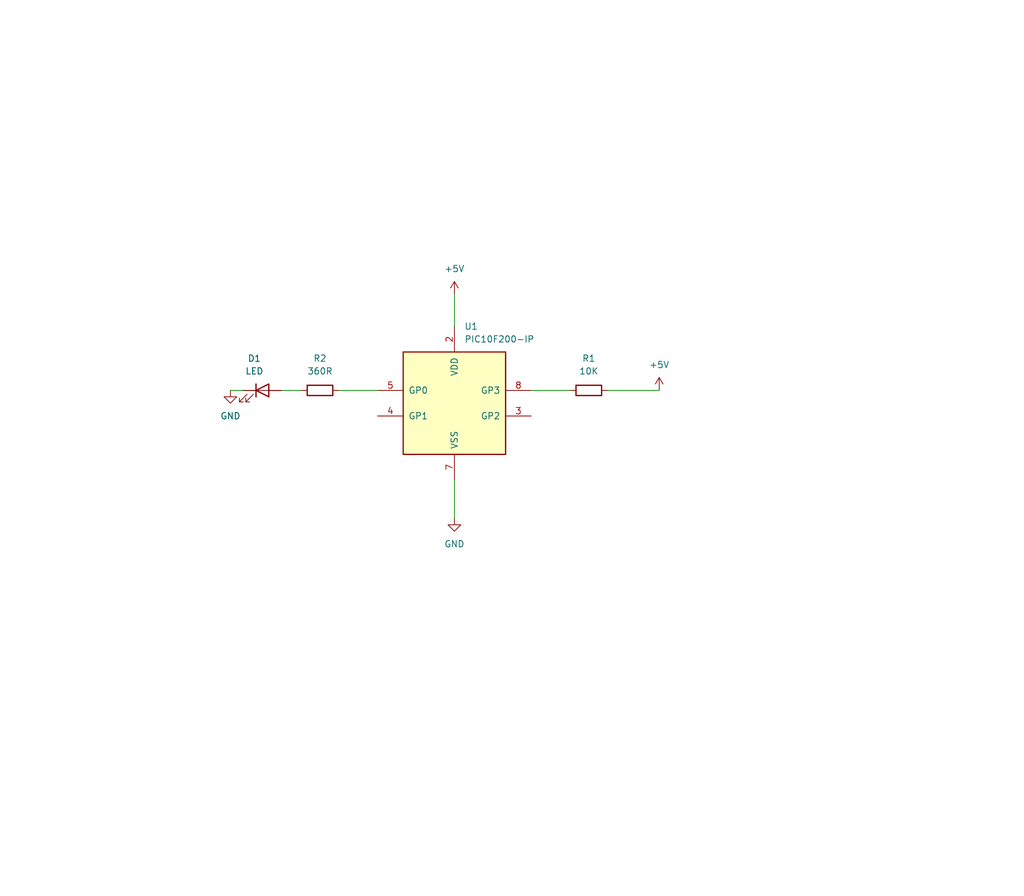
<source format=kicad_sch>
(kicad_sch (version 20230121) (generator eeschema)
  (paper "User" 203.2 177.8)
  (title_block (title "PIC16F628A for Beginners - 1") (company "Ricardo Lima Caratti") (comment 1 "A minimalist project to blink an LED using the PIC10F200. "))
  (lib_symbols
    (symbol "Device:LED" (pin_numbers hide) (pin_names (offset 1.016) hide)
      (property "Reference" "D" (at 0 2.54 0))
      (property "Value" "LED" (at 0 -2.54 0))
      (symbol "LED_0_1"
        (polyline (pts (xy -1.27 -1.27) (xy -1.27 1.27)) (stroke (width 0.254)))
        (polyline (pts (xy -1.27 0) (xy 1.27 0)))
        (polyline (pts (xy 1.27 -1.27) (xy 1.27 1.27) (xy -1.27 0) (xy 1.27 -1.27)) (stroke (width 0.254)))
        (polyline (pts (xy -3.048 -0.762) (xy -4.572 -2.286) (xy -3.81 -2.286) (xy -4.572 -2.286) (xy -4.572 -1.524)))
        (polyline (pts (xy -1.778 -0.762) (xy -3.302 -2.286) (xy -2.54 -2.286) (xy -3.302 -2.286) (xy -3.302 -1.524)))
      )
      (symbol "LED_1_1"
        (pin passive line (at -3.81 0 0) (length 2.54) (name "K") (number "1"))
        (pin passive line (at 3.81 0 180) (length 2.54) (name "A") (number "2"))
      )
    )
    (symbol "Device:R" (pin_numbers hide) (pin_names (offset 0))
      (property "Reference" "R" (at 2.032 0 90))
      (property "Value" "R" (at 0 0 90))
      (symbol "R_0_1"
        (rectangle (start -1.016 -2.54) (end 1.016 2.54) (stroke (width 0.254)))
      )
      (symbol "R_1_1"
        (pin passive line (at 0 3.81 270) (length 1.27) (name "~") (number "1"))
        (pin passive line (at 0 -3.81 90) (length 1.27) (name "~") (number "2"))
      )
    )
    (symbol "MCU_Microchip_PIC10:PIC10F200-IP" (pin_names (offset 1.016))
      (property "Reference" "U" (at 1.27 13.97 0))
      (property "Value" "PIC10F200-IP" (at 1.27 11.43 0))
      (symbol "PIC10F200-IP_0_1"
        (rectangle (start -10.16 10.16) (end 10.16 -10.16) (stroke (width 0.254)) (fill (type background)))
      )
      (symbol "PIC10F200-IP_1_1"
        (pin power_in line (at 0 15.24 270) (length 5.08) (name "VDD") (number "2"))
        (pin bidirectional line (at 15.24 -2.54 180) (length 5.08) (name "GP2") (number "3"))
        (pin bidirectional line (at -15.24 -2.54 0) (length 5.08) (name "GP1") (number "4"))
        (pin bidirectional line (at -15.24 2.54 0) (length 5.08) (name "GP0") (number "5"))
        (pin power_in line (at 0 -15.24 90) (length 5.08) (name "VSS") (number "7"))
        (pin input line (at 15.24 2.54 180) (length 5.08) (name "GP3") (number "8"))
      )
    )
    (symbol "power:+5V" (power) (pin_names (offset 0))
      (property "Value" "+5V" (at 0 3.556 0))
      (symbol "+5V_0_1"
        (polyline (pts (xy -0.762 1.27) (xy 0 2.54)))
        (polyline (pts (xy 0 0) (xy 0 2.54)))
        (polyline (pts (xy 0 2.54) (xy 0.762 1.27)))
      )
      (symbol "+5V_1_1"
        (pin power_in line (at 0 0 90) (length 0) hide (name "+5V") (number "1"))
      )
    )
    (symbol "power:GND" (power) (pin_names (offset 0))
      (property "Value" "GND" (at 0 -3.81 0))
      (symbol "GND_0_1"
        (polyline (pts (xy 0 0) (xy 0 -1.27) (xy 1.27 -1.27) (xy 0 -2.54) (xy -1.27 -1.27) (xy 0 -1.27)))
      )
      (symbol "GND_1_1"
        (pin power_in line (at 0 0 270) (length 0) hide (name "GND") (number "1"))
      )
    )
  )
  (wire (pts (xy 55.88 77.47) (xy 59.69 77.47)))
  (wire (pts (xy 90.17 95.25) (xy 90.17 102.87)))
  (wire (pts (xy 67.31 77.47) (xy 74.93 77.47)))
  (wire (pts (xy 48.26 77.47) (xy 45.72 77.47)))
  (wire (pts (xy 90.17 58.42) (xy 90.17 64.77)))
  (wire (pts (xy 105.41 77.47) (xy 113.03 77.47)))
  (wire (pts (xy 120.65 77.47) (xy 130.81 77.47)))
  (symbol (lib_id "power:+5V") (at 90.17 58.42 0) (unit 1)
    (property "Reference" "#PWR01" (effects hide))
    (property "Value" "+5V" (at 90.17 53.34 0))
  )
  (symbol (lib_id "MCU_Microchip_PIC10:PIC10F200-IP") (at 90.17 80.01 0) (unit 1)
    (property "Reference" "U1" (at 92.1259 64.77 0) (effects (justify left)))
    (property "Value" "PIC10F200-IP" (at 92.1259 67.31 0) (effects (justify left)))
    (property "Footprint" "Package_DIP:DIP-8_W7.62mm" (effects hide))
    (property "Datasheet" "http://ww1.microchip.com/downloads/en/DeviceDoc/41239D.pdf" (effects hide))
  )
  (symbol (lib_id "Device:R") (at 116.84 77.47 90) (unit 1)
    (property "Reference" "R1" (at 116.84 71.12 90))
    (property "Value" "10K" (at 116.84 73.66 90))
  )
  (symbol (lib_id "power:+5V") (at 130.81 77.47 0) (unit 1)
    (property "Reference" "#PWR04" (effects hide))
    (property "Value" "+5V" (at 130.81 72.39 0))
  )
  (symbol (lib_id "Device:R") (at 63.5 77.47 90) (unit 1)
    (property "Reference" "R2" (at 63.5 71.12 90))
    (property "Value" "360R" (at 63.5 73.66 90))
  )
  (symbol (lib_id "power:GND") (at 45.72 77.47 0) (unit 1)
    (property "Reference" "#PWR05" (effects hide))
    (property "Value" "GND" (at 45.72 82.55 0))
  )
  (symbol (lib_id "Device:LED") (at 52.07 77.47 0) (unit 1)
    (property "Reference" "D1" (at 50.4825 71.12 0))
    (property "Value" "LED" (at 50.4825 73.66 0))
  )
  (symbol (lib_id "power:GND") (at 90.17 102.87 0) (unit 1)
    (property "Reference" "#PWR02" (effects hide))
    (property "Value" "GND" (at 90.17 107.95 0))
  )
)
</source>
